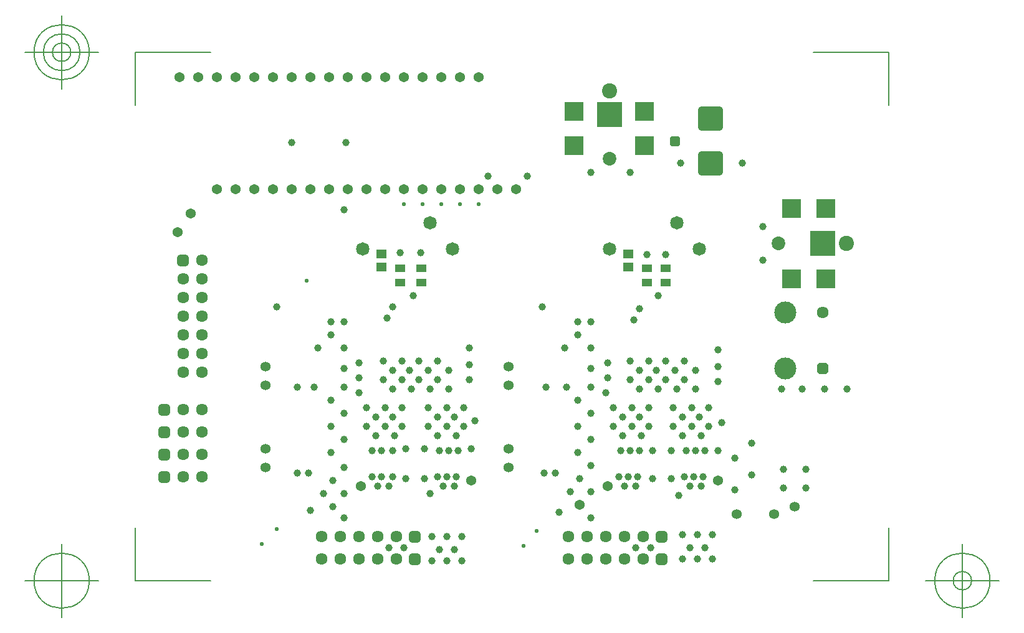
<source format=gbr>
G04 Generated by Ultiboard 13.0 *
%FSLAX25Y25*%
%MOIN*%

%ADD10C,0.00001*%
%ADD11C,0.00500*%
%ADD12R,0.03337X0.03337*%
%ADD13C,0.02000*%
%ADD14R,0.09211X0.09211*%
%ADD15C,0.04000*%
%ADD16C,0.05400*%
%ADD17C,0.03937*%
%ADD18R,0.05512X0.04134*%
%ADD19C,0.07166*%
%ADD20R,0.05709X0.04528*%
%ADD21R,0.02667X0.02667*%
%ADD22C,0.03333*%
%ADD23C,0.06334*%
%ADD24R,0.02083X0.02083*%
%ADD25C,0.03917*%
%ADD26C,0.11811*%
%ADD27C,0.02100*%
%ADD28C,0.05337*%
%ADD29C,0.07306*%
%ADD30C,0.08093*%
%ADD31R,0.13211X0.13211*%
%ADD32R,0.10000X0.10000*%


G04 ColorRGB 9900CC for the following layer *
%LNSolder Mask Bottom*%
%LPD*%
G54D10*
G54D11*
X-1500Y-1500D02*
X-1500Y26800D01*
X-1500Y-1500D02*
X38800Y-1500D01*
X401500Y-1500D02*
X361200Y-1500D01*
X401500Y-1500D02*
X401500Y26800D01*
X401500Y281500D02*
X401500Y253200D01*
X401500Y281500D02*
X361200Y281500D01*
X-1500Y281500D02*
X38800Y281500D01*
X-1500Y281500D02*
X-1500Y253200D01*
X-21185Y-1500D02*
X-60555Y-1500D01*
X-40870Y-21185D02*
X-40870Y18185D01*
X-55634Y-1500D02*
G75*
D01*
G02X-55634Y-1500I14764J0*
G01*
X421185Y-1500D02*
X460555Y-1500D01*
X440870Y-21185D02*
X440870Y18185D01*
X426106Y-1500D02*
G75*
D01*
G02X426106Y-1500I14764J0*
G01*
X435949Y-1500D02*
G75*
D01*
G02X435949Y-1500I4921J0*
G01*
X-21185Y281500D02*
X-60555Y281500D01*
X-40870Y261815D02*
X-40870Y301185D01*
X-55634Y281500D02*
G75*
D01*
G02X-55634Y281500I14764J0*
G01*
X-50713Y281500D02*
G75*
D01*
G02X-50713Y281500I9843J0*
G01*
X-45791Y281500D02*
G75*
D01*
G02X-45791Y281500I4921J0*
G01*
G54D12*
X287206Y233800D03*
G54D13*
X285538Y232132D02*
X288874Y232132D01*
X288874Y235468D01*
X285538Y235468D01*
X285538Y232132D01*D02*
G54D14*
X306106Y222000D03*
X306106Y246000D03*
G54D15*
X301501Y217395D02*
X310711Y217395D01*
X310711Y226605D01*
X301501Y226605D01*
X301501Y217395D01*D02*
X301501Y241395D02*
X310711Y241395D01*
X310711Y250605D01*
X301501Y250605D01*
X301501Y241395D01*D02*
G54D16*
X42000Y208000D03*
X52000Y208000D03*
X62000Y208000D03*
X72000Y208000D03*
X82000Y208000D03*
X92000Y208000D03*
X102000Y208000D03*
X112000Y208000D03*
X122000Y208000D03*
X132000Y208000D03*
X142000Y208000D03*
X152000Y208000D03*
X162000Y208000D03*
X172000Y208000D03*
X182000Y208000D03*
X192000Y208000D03*
X202000Y208000D03*
X22000Y268000D03*
X32000Y268000D03*
X42000Y268000D03*
X52000Y268000D03*
X62000Y268000D03*
X72000Y268000D03*
X82000Y268000D03*
X92000Y268000D03*
X102000Y268000D03*
X112000Y268000D03*
X122000Y268000D03*
X132000Y268000D03*
X142000Y268000D03*
X152000Y268000D03*
X162000Y268000D03*
X172000Y268000D03*
X182000Y268000D03*
X28000Y195000D03*
X28000Y195000D03*
X21000Y185000D03*
X21000Y185000D03*
X178000Y52000D03*
X178000Y52000D03*
X119000Y49000D03*
X119000Y49000D03*
X236000Y39000D03*
X236000Y39000D03*
X251000Y49000D03*
X251000Y49000D03*
X310000Y52000D03*
X310000Y52000D03*
G54D17*
X104000Y38000D03*
X110000Y45000D03*
X128000Y49000D03*
X134000Y49000D03*
X163000Y49000D03*
X169000Y49000D03*
X242000Y46000D03*
X260000Y49000D03*
X266000Y49000D03*
X295000Y49000D03*
X301000Y49000D03*
X85000Y56000D03*
X91000Y56000D03*
X104000Y52000D03*
X125000Y54000D03*
X130000Y54000D03*
X136000Y54000D03*
X160000Y54000D03*
X165000Y54000D03*
X170000Y54000D03*
X217000Y56000D03*
X223000Y56000D03*
X236000Y53000D03*
X257000Y54000D03*
X262000Y54000D03*
X267000Y54000D03*
X292000Y54000D03*
X297000Y54000D03*
X302000Y54000D03*
X110000Y59000D03*
X242000Y60000D03*
X103000Y67000D03*
X125000Y68000D03*
X130000Y68000D03*
X136000Y68000D03*
X161000Y68000D03*
X166000Y68000D03*
X171000Y68000D03*
X235000Y67000D03*
X258000Y68000D03*
X263000Y68000D03*
X268000Y68000D03*
X293000Y68000D03*
X298000Y68000D03*
X303000Y68000D03*
X103000Y81000D03*
X110000Y74000D03*
X235000Y81000D03*
X242000Y74000D03*
X110000Y88000D03*
X242000Y88000D03*
X103000Y95000D03*
X235000Y95000D03*
X110000Y102000D03*
X242000Y102000D03*
X110000Y123000D03*
X242000Y123000D03*
X103000Y130000D03*
X235000Y130000D03*
X103000Y137000D03*
X110000Y137000D03*
X133000Y139000D03*
X242000Y137000D03*
X265000Y138000D03*
X268000Y144000D03*
X136000Y145000D03*
X147000Y151000D03*
X216000Y145000D03*
X278000Y151000D03*
X140000Y174000D03*
X151000Y174000D03*
X272000Y173000D03*
X282000Y173000D03*
X110000Y197000D03*
X82000Y233000D03*
X111000Y233000D03*
X208000Y215000D03*
X187000Y215000D03*
X235000Y137000D03*
X319000Y47000D03*
X328000Y55000D03*
X319000Y64000D03*
X328000Y72000D03*
X291000Y23000D03*
X299000Y23000D03*
X307000Y23000D03*
X295000Y16000D03*
X303000Y16000D03*
X291000Y10000D03*
X299000Y10000D03*
X307000Y10000D03*
X310000Y68000D03*
X312000Y83000D03*
X310000Y105000D03*
X310000Y113000D03*
X310000Y122000D03*
X289000Y44000D03*
X285000Y53000D03*
X285000Y68000D03*
X242000Y112000D03*
X242000Y32000D03*
X225000Y35000D03*
X231000Y46000D03*
X110000Y32000D03*
X99000Y45000D03*
X92000Y36000D03*
X110000Y112000D03*
X96000Y123000D03*
X228000Y123000D03*
X94000Y102000D03*
X85000Y102000D03*
X229000Y102000D03*
X218000Y102000D03*
X251000Y115000D03*
X251000Y107000D03*
X250000Y99000D03*
X275000Y68000D03*
X275000Y53000D03*
X177000Y123000D03*
X177000Y114000D03*
X177000Y106000D03*
X156000Y45000D03*
X180000Y84000D03*
X153000Y69000D03*
X153000Y53000D03*
X178000Y69000D03*
X118000Y115000D03*
X118000Y107000D03*
X118000Y99000D03*
X143000Y69000D03*
X143000Y53000D03*
X174000Y91000D03*
X160000Y76000D03*
X170000Y76000D03*
X174000Y81000D03*
X165000Y91000D03*
X155000Y91000D03*
X160000Y86000D03*
X169000Y86000D03*
X155000Y81000D03*
X165000Y81000D03*
X127000Y76000D03*
X122000Y81000D03*
X132000Y81000D03*
X137000Y76000D03*
X141000Y81000D03*
X127000Y86000D03*
X136000Y86000D03*
X122000Y91000D03*
X132000Y91000D03*
X141000Y91000D03*
X259000Y76000D03*
X254000Y81000D03*
X264000Y81000D03*
X269000Y76000D03*
X273000Y81000D03*
X259000Y86000D03*
X268000Y86000D03*
X254000Y91000D03*
X264000Y91000D03*
X273000Y91000D03*
X291000Y76000D03*
X286000Y81000D03*
X296000Y81000D03*
X301000Y76000D03*
X305000Y81000D03*
X291000Y86000D03*
X300000Y86000D03*
X286000Y91000D03*
X296000Y91000D03*
X305000Y91000D03*
X268000Y101000D03*
X263000Y106000D03*
X273000Y106000D03*
X278000Y101000D03*
X282000Y106000D03*
X268000Y111000D03*
X277000Y111000D03*
X263000Y116000D03*
X273000Y116000D03*
X282000Y116000D03*
X136000Y101000D03*
X131000Y106000D03*
X141000Y106000D03*
X146000Y101000D03*
X150000Y106000D03*
X136000Y111000D03*
X145000Y111000D03*
X131000Y116000D03*
X141000Y116000D03*
X150000Y116000D03*
X156000Y101000D03*
X160000Y106000D03*
X155000Y111000D03*
X160000Y116000D03*
X166000Y111000D03*
X166000Y101000D03*
X288000Y101000D03*
X298000Y101000D03*
X292000Y106000D03*
X287000Y111000D03*
X298000Y111000D03*
X292000Y116000D03*
X157000Y9000D03*
X161000Y15000D03*
X165000Y9000D03*
X169000Y15000D03*
X173000Y9000D03*
X157000Y22000D03*
X165000Y22000D03*
X173000Y22000D03*
X242000Y217000D03*
X263000Y217000D03*
X290000Y222000D03*
X323000Y222000D03*
X334000Y188000D03*
X334000Y170000D03*
X344000Y101000D03*
X355000Y101000D03*
X367000Y101000D03*
X379000Y101000D03*
X134000Y16000D03*
X266000Y16000D03*
X142000Y16000D03*
X274000Y16000D03*
X74000Y145000D03*
X357000Y58000D03*
X345000Y58000D03*
X357000Y48000D03*
X345000Y48000D03*
G54D18*
X140000Y158260D03*
X140000Y165740D03*
X151500Y158260D03*
X151500Y165740D03*
X272000Y158260D03*
X272000Y165740D03*
X282000Y158260D03*
X282000Y165740D03*
G54D19*
X168000Y176000D03*
X156000Y190000D03*
X252000Y176000D03*
X120000Y176000D03*
X300000Y176000D03*
X288000Y190000D03*
G54D20*
X262000Y166457D03*
X262000Y173543D03*
X130000Y166457D03*
X130000Y173543D03*
G54D21*
X366000Y112000D03*
G54D22*
X364667Y110667D02*
X367333Y110667D01*
X367333Y113333D01*
X364667Y113333D01*
X364667Y110667D01*D02*
G54D23*
X366000Y142000D03*
X24000Y66000D03*
X34000Y66000D03*
X24000Y78000D03*
X34000Y78000D03*
X24000Y90000D03*
X34000Y90000D03*
X24000Y54000D03*
X34000Y54000D03*
X138000Y10000D03*
X128000Y10000D03*
X108000Y10000D03*
X118000Y10000D03*
X98000Y10000D03*
X138000Y22000D03*
X128000Y22000D03*
X108000Y22000D03*
X118000Y22000D03*
X98000Y22000D03*
X270000Y10000D03*
X260000Y10000D03*
X240000Y10000D03*
X250000Y10000D03*
X230000Y10000D03*
X270000Y22000D03*
X260000Y22000D03*
X240000Y22000D03*
X250000Y22000D03*
X230000Y22000D03*
X34000Y160000D03*
X24000Y160000D03*
X34000Y170000D03*
X34000Y130000D03*
X24000Y130000D03*
X34000Y140000D03*
X24000Y140000D03*
X34000Y150000D03*
X24000Y150000D03*
X34000Y110000D03*
X24000Y110000D03*
X34000Y120000D03*
X24000Y120000D03*
G54D24*
X14000Y66000D03*
X14000Y78000D03*
X14000Y90000D03*
X14000Y54000D03*
X148000Y10000D03*
X148000Y22000D03*
X280000Y10000D03*
X280000Y22000D03*
X24000Y170000D03*
G54D25*
X12959Y64959D02*
X15041Y64959D01*
X15041Y67041D01*
X12959Y67041D01*
X12959Y64959D01*D02*
X12959Y76959D02*
X15041Y76959D01*
X15041Y79041D01*
X12959Y79041D01*
X12959Y76959D01*D02*
X12959Y88959D02*
X15041Y88959D01*
X15041Y91041D01*
X12959Y91041D01*
X12959Y88959D01*D02*
X12959Y52959D02*
X15041Y52959D01*
X15041Y55041D01*
X12959Y55041D01*
X12959Y52959D01*D02*
X146959Y8959D02*
X149041Y8959D01*
X149041Y11041D01*
X146959Y11041D01*
X146959Y8959D01*D02*
X146959Y20959D02*
X149041Y20959D01*
X149041Y23041D01*
X146959Y23041D01*
X146959Y20959D01*D02*
X278959Y8959D02*
X281041Y8959D01*
X281041Y11041D01*
X278959Y11041D01*
X278959Y8959D01*D02*
X278959Y20959D02*
X281041Y20959D01*
X281041Y23041D01*
X278959Y23041D01*
X278959Y20959D01*D02*
X22959Y168959D02*
X25041Y168959D01*
X25041Y171041D01*
X22959Y171041D01*
X22959Y168959D01*D02*
G54D26*
X346000Y112000D03*
X346000Y112000D03*
X346000Y142000D03*
X346000Y142000D03*
G54D27*
X142000Y200000D03*
X142000Y200000D03*
X152000Y200000D03*
X152000Y200000D03*
X162000Y200000D03*
X162000Y200000D03*
X172000Y200000D03*
X172000Y200000D03*
X182000Y200000D03*
X182000Y200000D03*
X74000Y26000D03*
X74000Y26000D03*
X66000Y18000D03*
X66000Y18000D03*
X213000Y25000D03*
X213000Y25000D03*
X206000Y17000D03*
X206000Y17000D03*
X90000Y159000D03*
X90000Y159000D03*
G54D28*
X320000Y34000D03*
X340000Y34000D03*
X351000Y38000D03*
X351000Y38000D03*
X68000Y59000D03*
X68000Y69000D03*
X68000Y113000D03*
X68000Y103000D03*
X198000Y59000D03*
X198000Y69000D03*
X198000Y113000D03*
X198000Y103000D03*
G54D29*
X342378Y179000D03*
X252000Y224378D03*
G54D30*
X378795Y179000D03*
X252000Y260795D03*
G54D31*
X366000Y179000D03*
X252000Y248000D03*
G54D32*
X367969Y197701D03*
X349465Y160299D03*
X349465Y197701D03*
X367969Y160299D03*
X233299Y249969D03*
X270701Y231465D03*
X233299Y231465D03*
X270701Y249969D03*

M02*

</source>
